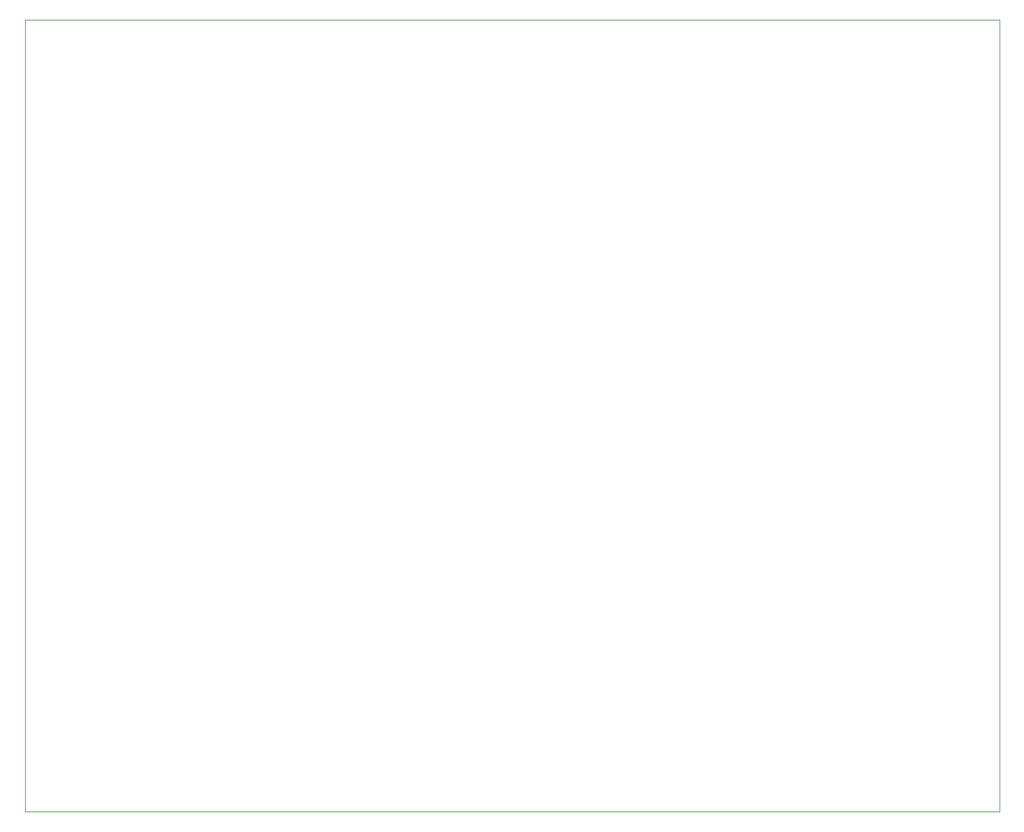
<source format=gbr>
G04 #@! TF.GenerationSoftware,KiCad,Pcbnew,7.0.1*
G04 #@! TF.CreationDate,2023-05-03T08:50:33+02:00*
G04 #@! TF.ProjectId,main,6d61696e-2e6b-4696-9361-645f70636258,rev?*
G04 #@! TF.SameCoordinates,Original*
G04 #@! TF.FileFunction,Profile,NP*
%FSLAX46Y46*%
G04 Gerber Fmt 4.6, Leading zero omitted, Abs format (unit mm)*
G04 Created by KiCad (PCBNEW 7.0.1) date 2023-05-03 08:50:33*
%MOMM*%
%LPD*%
G01*
G04 APERTURE LIST*
G04 #@! TA.AperFunction,Profile*
%ADD10C,0.100000*%
G04 #@! TD*
G04 APERTURE END LIST*
D10*
X20000000Y-45000000D02*
X20000000Y-146600000D01*
X20000000Y-45000000D02*
X144968000Y-45000000D01*
X144968000Y-45000000D02*
X144968000Y-146600000D01*
X20000000Y-146600000D02*
X144968000Y-146600000D01*
M02*

</source>
